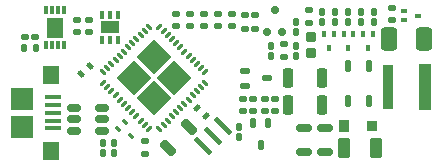
<source format=gtp>
G04*
G04 #@! TF.GenerationSoftware,Altium Limited,Altium Designer,21.8.1 (53)*
G04*
G04 Layer_Color=8421504*
%FSLAX25Y25*%
%MOIN*%
G70*
G04*
G04 #@! TF.SameCoordinates,52DF40B4-5B3D-4FDE-99BA-5B2270FEE62E*
G04*
G04*
G04 #@! TF.FilePolarity,Positive*
G04*
G01*
G75*
%ADD14R,0.03858X0.15315*%
%ADD15R,0.03583X0.14764*%
G04:AMPARAMS|DCode=16|XSize=9.84mil|YSize=29.53mil|CornerRadius=0mil|HoleSize=0mil|Usage=FLASHONLY|Rotation=135.000|XOffset=0mil|YOffset=0mil|HoleType=Round|Shape=Round|*
%AMOVALD16*
21,1,0.01968,0.00984,0.00000,0.00000,225.0*
1,1,0.00984,0.00696,0.00696*
1,1,0.00984,-0.00696,-0.00696*
%
%ADD16OVALD16*%

G04:AMPARAMS|DCode=17|XSize=9.84mil|YSize=29.53mil|CornerRadius=0mil|HoleSize=0mil|Usage=FLASHONLY|Rotation=225.000|XOffset=0mil|YOffset=0mil|HoleType=Round|Shape=Round|*
%AMOVALD17*
21,1,0.01968,0.00984,0.00000,0.00000,315.0*
1,1,0.00984,-0.00696,0.00696*
1,1,0.00984,0.00696,-0.00696*
%
%ADD17OVALD17*%

%ADD18P,0.11414X4X180.0*%
%ADD19P,0.11414X4X90.0*%
G04:AMPARAMS|DCode=20|XSize=13.78mil|YSize=21.65mil|CornerRadius=3.45mil|HoleSize=0mil|Usage=FLASHONLY|Rotation=0.000|XOffset=0mil|YOffset=0mil|HoleType=Round|Shape=RoundedRectangle|*
%AMROUNDEDRECTD20*
21,1,0.01378,0.01476,0,0,0.0*
21,1,0.00689,0.02165,0,0,0.0*
1,1,0.00689,0.00345,-0.00738*
1,1,0.00689,-0.00345,-0.00738*
1,1,0.00689,-0.00345,0.00738*
1,1,0.00689,0.00345,0.00738*
%
%ADD20ROUNDEDRECTD20*%
G04:AMPARAMS|DCode=21|XSize=13.78mil|YSize=21.65mil|CornerRadius=3.45mil|HoleSize=0mil|Usage=FLASHONLY|Rotation=90.000|XOffset=0mil|YOffset=0mil|HoleType=Round|Shape=RoundedRectangle|*
%AMROUNDEDRECTD21*
21,1,0.01378,0.01476,0,0,90.0*
21,1,0.00689,0.02165,0,0,90.0*
1,1,0.00689,0.00738,0.00345*
1,1,0.00689,0.00738,-0.00345*
1,1,0.00689,-0.00738,-0.00345*
1,1,0.00689,-0.00738,0.00345*
%
%ADD21ROUNDEDRECTD21*%
G04:AMPARAMS|DCode=22|XSize=13.78mil|YSize=21.65mil|CornerRadius=3.45mil|HoleSize=0mil|Usage=FLASHONLY|Rotation=45.000|XOffset=0mil|YOffset=0mil|HoleType=Round|Shape=RoundedRectangle|*
%AMROUNDEDRECTD22*
21,1,0.01378,0.01476,0,0,45.0*
21,1,0.00689,0.02165,0,0,45.0*
1,1,0.00689,0.00766,-0.00278*
1,1,0.00689,0.00278,-0.00766*
1,1,0.00689,-0.00766,0.00278*
1,1,0.00689,-0.00278,0.00766*
%
%ADD22ROUNDEDRECTD22*%
G04:AMPARAMS|DCode=23|XSize=19.68mil|YSize=35.43mil|CornerRadius=4.92mil|HoleSize=0mil|Usage=FLASHONLY|Rotation=0.000|XOffset=0mil|YOffset=0mil|HoleType=Round|Shape=RoundedRectangle|*
%AMROUNDEDRECTD23*
21,1,0.01968,0.02559,0,0,0.0*
21,1,0.00984,0.03543,0,0,0.0*
1,1,0.00984,0.00492,-0.01280*
1,1,0.00984,-0.00492,-0.01280*
1,1,0.00984,-0.00492,0.01280*
1,1,0.00984,0.00492,0.01280*
%
%ADD23ROUNDEDRECTD23*%
G04:AMPARAMS|DCode=24|XSize=19.68mil|YSize=35.43mil|CornerRadius=4.92mil|HoleSize=0mil|Usage=FLASHONLY|Rotation=90.000|XOffset=0mil|YOffset=0mil|HoleType=Round|Shape=RoundedRectangle|*
%AMROUNDEDRECTD24*
21,1,0.01968,0.02559,0,0,90.0*
21,1,0.00984,0.03543,0,0,90.0*
1,1,0.00984,0.01280,0.00492*
1,1,0.00984,0.01280,-0.00492*
1,1,0.00984,-0.01280,-0.00492*
1,1,0.00984,-0.01280,0.00492*
%
%ADD24ROUNDEDRECTD24*%
G04:AMPARAMS|DCode=25|XSize=23.62mil|YSize=27.56mil|CornerRadius=5.91mil|HoleSize=0mil|Usage=FLASHONLY|Rotation=180.000|XOffset=0mil|YOffset=0mil|HoleType=Round|Shape=RoundedRectangle|*
%AMROUNDEDRECTD25*
21,1,0.02362,0.01575,0,0,180.0*
21,1,0.01181,0.02756,0,0,180.0*
1,1,0.01181,-0.00591,0.00787*
1,1,0.01181,0.00591,0.00787*
1,1,0.01181,0.00591,-0.00787*
1,1,0.01181,-0.00591,-0.00787*
%
%ADD25ROUNDEDRECTD25*%
G04:AMPARAMS|DCode=26|XSize=23.62mil|YSize=47.24mil|CornerRadius=5.91mil|HoleSize=0mil|Usage=FLASHONLY|Rotation=90.000|XOffset=0mil|YOffset=0mil|HoleType=Round|Shape=RoundedRectangle|*
%AMROUNDEDRECTD26*
21,1,0.02362,0.03543,0,0,90.0*
21,1,0.01181,0.04724,0,0,90.0*
1,1,0.01181,0.01772,0.00591*
1,1,0.01181,0.01772,-0.00591*
1,1,0.01181,-0.01772,-0.00591*
1,1,0.01181,-0.01772,0.00591*
%
%ADD26ROUNDEDRECTD26*%
G04:AMPARAMS|DCode=27|XSize=25.2mil|YSize=17.72mil|CornerRadius=4.43mil|HoleSize=0mil|Usage=FLASHONLY|Rotation=0.000|XOffset=0mil|YOffset=0mil|HoleType=Round|Shape=RoundedRectangle|*
%AMROUNDEDRECTD27*
21,1,0.02520,0.00886,0,0,0.0*
21,1,0.01634,0.01772,0,0,0.0*
1,1,0.00886,0.00817,-0.00443*
1,1,0.00886,-0.00817,-0.00443*
1,1,0.00886,-0.00817,0.00443*
1,1,0.00886,0.00817,0.00443*
%
%ADD27ROUNDEDRECTD27*%
G04:AMPARAMS|DCode=28|XSize=21.65mil|YSize=23.62mil|CornerRadius=5.41mil|HoleSize=0mil|Usage=FLASHONLY|Rotation=0.000|XOffset=0mil|YOffset=0mil|HoleType=Round|Shape=RoundedRectangle|*
%AMROUNDEDRECTD28*
21,1,0.02165,0.01280,0,0,0.0*
21,1,0.01083,0.02362,0,0,0.0*
1,1,0.01083,0.00541,-0.00640*
1,1,0.01083,-0.00541,-0.00640*
1,1,0.01083,-0.00541,0.00640*
1,1,0.01083,0.00541,0.00640*
%
%ADD28ROUNDEDRECTD28*%
G04:AMPARAMS|DCode=29|XSize=21.65mil|YSize=23.62mil|CornerRadius=5.41mil|HoleSize=0mil|Usage=FLASHONLY|Rotation=90.000|XOffset=0mil|YOffset=0mil|HoleType=Round|Shape=RoundedRectangle|*
%AMROUNDEDRECTD29*
21,1,0.02165,0.01280,0,0,90.0*
21,1,0.01083,0.02362,0,0,90.0*
1,1,0.01083,0.00640,0.00541*
1,1,0.01083,0.00640,-0.00541*
1,1,0.01083,-0.00640,-0.00541*
1,1,0.01083,-0.00640,0.00541*
%
%ADD29ROUNDEDRECTD29*%
G04:AMPARAMS|DCode=30|XSize=51.18mil|YSize=27.56mil|CornerRadius=6.89mil|HoleSize=0mil|Usage=FLASHONLY|Rotation=0.000|XOffset=0mil|YOffset=0mil|HoleType=Round|Shape=RoundedRectangle|*
%AMROUNDEDRECTD30*
21,1,0.05118,0.01378,0,0,0.0*
21,1,0.03740,0.02756,0,0,0.0*
1,1,0.01378,0.01870,-0.00689*
1,1,0.01378,-0.01870,-0.00689*
1,1,0.01378,-0.01870,0.00689*
1,1,0.01378,0.01870,0.00689*
%
%ADD30ROUNDEDRECTD30*%
G04:AMPARAMS|DCode=31|XSize=11.81mil|YSize=27.56mil|CornerRadius=2.95mil|HoleSize=0mil|Usage=FLASHONLY|Rotation=180.000|XOffset=0mil|YOffset=0mil|HoleType=Round|Shape=RoundedRectangle|*
%AMROUNDEDRECTD31*
21,1,0.01181,0.02165,0,0,180.0*
21,1,0.00591,0.02756,0,0,180.0*
1,1,0.00591,-0.00295,0.01083*
1,1,0.00591,0.00295,0.01083*
1,1,0.00591,0.00295,-0.01083*
1,1,0.00591,-0.00295,-0.01083*
%
%ADD31ROUNDEDRECTD31*%
%ADD32R,0.06299X0.03937*%
G04:AMPARAMS|DCode=33|XSize=29.53mil|YSize=57.09mil|CornerRadius=7.38mil|HoleSize=0mil|Usage=FLASHONLY|Rotation=225.000|XOffset=0mil|YOffset=0mil|HoleType=Round|Shape=RoundedRectangle|*
%AMROUNDEDRECTD33*
21,1,0.02953,0.04232,0,0,225.0*
21,1,0.01476,0.05709,0,0,225.0*
1,1,0.01476,-0.02018,0.00974*
1,1,0.01476,-0.00974,0.02018*
1,1,0.01476,0.02018,-0.00974*
1,1,0.01476,0.00974,-0.02018*
%
%ADD33ROUNDEDRECTD33*%
G04:AMPARAMS|DCode=34|XSize=11.81mil|YSize=29.53mil|CornerRadius=2.95mil|HoleSize=0mil|Usage=FLASHONLY|Rotation=0.000|XOffset=0mil|YOffset=0mil|HoleType=Round|Shape=RoundedRectangle|*
%AMROUNDEDRECTD34*
21,1,0.01181,0.02362,0,0,0.0*
21,1,0.00591,0.02953,0,0,0.0*
1,1,0.00591,0.00295,-0.01181*
1,1,0.00591,-0.00295,-0.01181*
1,1,0.00591,-0.00295,0.01181*
1,1,0.00591,0.00295,0.01181*
%
%ADD34ROUNDEDRECTD34*%
%ADD35R,0.05709X0.06890*%
G04:AMPARAMS|DCode=36|XSize=35.43mil|YSize=31.5mil|CornerRadius=7.87mil|HoleSize=0mil|Usage=FLASHONLY|Rotation=0.000|XOffset=0mil|YOffset=0mil|HoleType=Round|Shape=RoundedRectangle|*
%AMROUNDEDRECTD36*
21,1,0.03543,0.01575,0,0,0.0*
21,1,0.01968,0.03150,0,0,0.0*
1,1,0.01575,0.00984,-0.00787*
1,1,0.01575,-0.00984,-0.00787*
1,1,0.01575,-0.00984,0.00787*
1,1,0.01575,0.00984,0.00787*
%
%ADD36ROUNDEDRECTD36*%
G04:AMPARAMS|DCode=37|XSize=25.2mil|YSize=17.72mil|CornerRadius=4.43mil|HoleSize=0mil|Usage=FLASHONLY|Rotation=90.000|XOffset=0mil|YOffset=0mil|HoleType=Round|Shape=RoundedRectangle|*
%AMROUNDEDRECTD37*
21,1,0.02520,0.00886,0,0,90.0*
21,1,0.01634,0.01772,0,0,90.0*
1,1,0.00886,0.00443,0.00817*
1,1,0.00886,0.00443,-0.00817*
1,1,0.00886,-0.00443,-0.00817*
1,1,0.00886,-0.00443,0.00817*
%
%ADD37ROUNDEDRECTD37*%
G04:AMPARAMS|DCode=38|XSize=66.93mil|YSize=43.31mil|CornerRadius=10.83mil|HoleSize=0mil|Usage=FLASHONLY|Rotation=270.000|XOffset=0mil|YOffset=0mil|HoleType=Round|Shape=RoundedRectangle|*
%AMROUNDEDRECTD38*
21,1,0.06693,0.02165,0,0,270.0*
21,1,0.04528,0.04331,0,0,270.0*
1,1,0.02165,-0.01083,-0.02264*
1,1,0.02165,-0.01083,0.02264*
1,1,0.02165,0.01083,0.02264*
1,1,0.02165,0.01083,-0.02264*
%
%ADD38ROUNDEDRECTD38*%
G04:AMPARAMS|DCode=39|XSize=78.74mil|YSize=55.12mil|CornerRadius=13.78mil|HoleSize=0mil|Usage=FLASHONLY|Rotation=90.000|XOffset=0mil|YOffset=0mil|HoleType=Round|Shape=RoundedRectangle|*
%AMROUNDEDRECTD39*
21,1,0.07874,0.02756,0,0,90.0*
21,1,0.05118,0.05512,0,0,90.0*
1,1,0.02756,0.01378,0.02559*
1,1,0.02756,0.01378,-0.02559*
1,1,0.02756,-0.01378,-0.02559*
1,1,0.02756,-0.01378,0.02559*
%
%ADD39ROUNDEDRECTD39*%
G04:AMPARAMS|DCode=40|XSize=25.2mil|YSize=17.72mil|CornerRadius=4.43mil|HoleSize=0mil|Usage=FLASHONLY|Rotation=225.000|XOffset=0mil|YOffset=0mil|HoleType=Round|Shape=RoundedRectangle|*
%AMROUNDEDRECTD40*
21,1,0.02520,0.00886,0,0,225.0*
21,1,0.01634,0.01772,0,0,225.0*
1,1,0.00886,-0.00891,-0.00265*
1,1,0.00886,0.00265,0.00891*
1,1,0.00886,0.00891,0.00265*
1,1,0.00886,-0.00265,-0.00891*
%
%ADD40ROUNDEDRECTD40*%
G04:AMPARAMS|DCode=41|XSize=15.75mil|YSize=74.8mil|CornerRadius=3.94mil|HoleSize=0mil|Usage=FLASHONLY|Rotation=225.000|XOffset=0mil|YOffset=0mil|HoleType=Round|Shape=RoundedRectangle|*
%AMROUNDEDRECTD41*
21,1,0.01575,0.06693,0,0,225.0*
21,1,0.00787,0.07480,0,0,225.0*
1,1,0.00787,-0.02645,0.02088*
1,1,0.00787,-0.02088,0.02645*
1,1,0.00787,0.02645,-0.02088*
1,1,0.00787,0.02088,-0.02645*
%
%ADD41ROUNDEDRECTD41*%
G04:AMPARAMS|DCode=42|XSize=39.37mil|YSize=21.65mil|CornerRadius=5.41mil|HoleSize=0mil|Usage=FLASHONLY|Rotation=270.000|XOffset=0mil|YOffset=0mil|HoleType=Round|Shape=RoundedRectangle|*
%AMROUNDEDRECTD42*
21,1,0.03937,0.01083,0,0,270.0*
21,1,0.02854,0.02165,0,0,270.0*
1,1,0.01083,-0.00541,-0.01427*
1,1,0.01083,-0.00541,0.01427*
1,1,0.01083,0.00541,0.01427*
1,1,0.01083,0.00541,-0.01427*
%
%ADD42ROUNDEDRECTD42*%
G04:AMPARAMS|DCode=43|XSize=35.43mil|YSize=35.43mil|CornerRadius=8.86mil|HoleSize=0mil|Usage=FLASHONLY|Rotation=0.000|XOffset=0mil|YOffset=0mil|HoleType=Round|Shape=RoundedRectangle|*
%AMROUNDEDRECTD43*
21,1,0.03543,0.01772,0,0,0.0*
21,1,0.01772,0.03543,0,0,0.0*
1,1,0.01772,0.00886,-0.00886*
1,1,0.01772,-0.00886,-0.00886*
1,1,0.01772,-0.00886,0.00886*
1,1,0.01772,0.00886,0.00886*
%
%ADD43ROUNDEDRECTD43*%
G04:AMPARAMS|DCode=44|XSize=35.43mil|YSize=43.31mil|CornerRadius=8.86mil|HoleSize=0mil|Usage=FLASHONLY|Rotation=0.000|XOffset=0mil|YOffset=0mil|HoleType=Round|Shape=RoundedRectangle|*
%AMROUNDEDRECTD44*
21,1,0.03543,0.02559,0,0,0.0*
21,1,0.01772,0.04331,0,0,0.0*
1,1,0.01772,0.00886,-0.01280*
1,1,0.01772,-0.00886,-0.01280*
1,1,0.01772,-0.00886,0.01280*
1,1,0.01772,0.00886,0.01280*
%
%ADD44ROUNDEDRECTD44*%
G04:AMPARAMS|DCode=45|XSize=25.2mil|YSize=17.72mil|CornerRadius=4.43mil|HoleSize=0mil|Usage=FLASHONLY|Rotation=135.000|XOffset=0mil|YOffset=0mil|HoleType=Round|Shape=RoundedRectangle|*
%AMROUNDEDRECTD45*
21,1,0.02520,0.00886,0,0,135.0*
21,1,0.01634,0.01772,0,0,135.0*
1,1,0.00886,-0.00265,0.00891*
1,1,0.00886,0.00891,-0.00265*
1,1,0.00886,0.00265,-0.00891*
1,1,0.00886,-0.00891,0.00265*
%
%ADD45ROUNDEDRECTD45*%
%ADD46R,0.07480X0.07480*%
%ADD47R,0.05512X0.06299*%
G04:AMPARAMS|DCode=48|XSize=55.12mil|YSize=15.75mil|CornerRadius=3.94mil|HoleSize=0mil|Usage=FLASHONLY|Rotation=0.000|XOffset=0mil|YOffset=0mil|HoleType=Round|Shape=RoundedRectangle|*
%AMROUNDEDRECTD48*
21,1,0.05512,0.00787,0,0,0.0*
21,1,0.04724,0.01575,0,0,0.0*
1,1,0.00787,0.02362,-0.00394*
1,1,0.00787,-0.02362,-0.00394*
1,1,0.00787,-0.02362,0.00394*
1,1,0.00787,0.02362,0.00394*
%
%ADD48ROUNDEDRECTD48*%
G04:AMPARAMS|DCode=49|XSize=64.96mil|YSize=35.43mil|CornerRadius=8.86mil|HoleSize=0mil|Usage=FLASHONLY|Rotation=90.000|XOffset=0mil|YOffset=0mil|HoleType=Round|Shape=RoundedRectangle|*
%AMROUNDEDRECTD49*
21,1,0.06496,0.01772,0,0,90.0*
21,1,0.04724,0.03543,0,0,90.0*
1,1,0.01772,0.00886,0.02362*
1,1,0.01772,0.00886,-0.02362*
1,1,0.01772,-0.00886,-0.02362*
1,1,0.01772,-0.00886,0.02362*
%
%ADD49ROUNDEDRECTD49*%
D14*
X139882Y-29213D02*
D03*
D15*
X127342Y-29134D02*
D03*
D16*
X47768Y-43036D02*
D03*
X46376Y-41644D02*
D03*
X44984Y-40252D02*
D03*
X43592Y-38860D02*
D03*
X42200Y-37468D02*
D03*
X40808Y-36076D02*
D03*
X39416Y-34684D02*
D03*
X38024Y-33292D02*
D03*
X36632Y-31900D02*
D03*
X35241Y-30508D02*
D03*
X33849Y-29116D02*
D03*
X32457Y-27724D02*
D03*
X51248Y-8933D02*
D03*
X52640Y-10325D02*
D03*
X54032Y-11717D02*
D03*
X55424Y-13109D02*
D03*
X56816Y-14501D02*
D03*
X58207Y-15893D02*
D03*
X59600Y-17285D02*
D03*
X60991Y-18677D02*
D03*
X62383Y-20068D02*
D03*
X63775Y-21460D02*
D03*
X65167Y-22852D02*
D03*
X66559Y-24244D02*
D03*
D17*
X32457D02*
D03*
X33849Y-22852D02*
D03*
X35241Y-21460D02*
D03*
X36632Y-20068D02*
D03*
X38024Y-18677D02*
D03*
X39416Y-17285D02*
D03*
X40808Y-15893D02*
D03*
X42200Y-14501D02*
D03*
X43592Y-13109D02*
D03*
X44984Y-11717D02*
D03*
X46376Y-10325D02*
D03*
X47768Y-8933D02*
D03*
X66559Y-27724D02*
D03*
X65167Y-29116D02*
D03*
X63775Y-30508D02*
D03*
X62383Y-31900D02*
D03*
X60991Y-33292D02*
D03*
X59600Y-34684D02*
D03*
X58207Y-36076D02*
D03*
X56816Y-37468D02*
D03*
X55424Y-38860D02*
D03*
X54032Y-40252D02*
D03*
X52640Y-41644D02*
D03*
X51248Y-43036D02*
D03*
D18*
X56273Y-25956D02*
D03*
X42771Y-25984D02*
D03*
D19*
X49508Y-32721D02*
D03*
X49536Y-19219D02*
D03*
D20*
X109350Y-11417D02*
D03*
X106201D02*
D03*
X107775Y-16142D02*
D03*
X122344Y-11436D02*
D03*
X119194D02*
D03*
X120769Y-16160D02*
D03*
X114272D02*
D03*
X112697Y-11436D02*
D03*
X115847D02*
D03*
D21*
X137468Y-5311D02*
D03*
X132743Y-6886D02*
D03*
Y-3736D02*
D03*
D22*
X39699Y-40917D02*
D03*
X37472Y-43144D02*
D03*
X41926Y-45371D02*
D03*
D23*
X85039Y-48327D02*
D03*
X82480Y-41240D02*
D03*
X87598D02*
D03*
D24*
X87008Y-26181D02*
D03*
X79921Y-28740D02*
D03*
Y-23622D02*
D03*
D25*
X87106Y-10827D02*
D03*
X92224D02*
D03*
X89665Y-3543D02*
D03*
D26*
X22933Y-36122D02*
D03*
Y-39862D02*
D03*
Y-43602D02*
D03*
X31988D02*
D03*
Y-39862D02*
D03*
Y-36122D02*
D03*
D27*
X66079Y-4646D02*
D03*
Y-8740D02*
D03*
X70786Y-4646D02*
D03*
Y-8740D02*
D03*
X92864Y-14882D02*
D03*
Y-18976D02*
D03*
X46555Y-47165D02*
D03*
Y-51260D02*
D03*
X75492Y-8740D02*
D03*
Y-4646D02*
D03*
X128908Y-2633D02*
D03*
Y-6728D02*
D03*
X101288Y-3563D02*
D03*
Y-7658D02*
D03*
X56666Y-4646D02*
D03*
Y-8740D02*
D03*
X23819Y-6614D02*
D03*
Y-10709D02*
D03*
X27953D02*
D03*
Y-6614D02*
D03*
X61373Y-4646D02*
D03*
Y-8740D02*
D03*
D28*
X77953Y-42520D02*
D03*
X77953Y-45866D02*
D03*
X96752Y-7382D02*
D03*
Y-10728D02*
D03*
X96752Y-15256D02*
D03*
Y-18602D02*
D03*
X122785Y-7284D02*
D03*
Y-3938D02*
D03*
X118447Y-7284D02*
D03*
Y-3938D02*
D03*
X114108Y-7284D02*
D03*
Y-3937D02*
D03*
X109769Y-7284D02*
D03*
Y-3937D02*
D03*
X105430Y-7284D02*
D03*
X105430Y-3937D02*
D03*
X32382Y-47736D02*
D03*
Y-51083D02*
D03*
X88583Y-18602D02*
D03*
Y-15256D02*
D03*
X36122Y-47736D02*
D03*
Y-51083D02*
D03*
D29*
X83071Y-9744D02*
D03*
X79724D02*
D03*
X79724Y-4921D02*
D03*
X83071D02*
D03*
X79232Y-37008D02*
D03*
X82579D02*
D03*
X89764Y-37008D02*
D03*
X86417D02*
D03*
X89764Y-33169D02*
D03*
X86417D02*
D03*
X79232Y-33169D02*
D03*
X82579D02*
D03*
X6398Y-12303D02*
D03*
X9744D02*
D03*
D30*
X106398Y-50689D02*
D03*
Y-42618D02*
D03*
X99311Y-42618D02*
D03*
Y-50689D02*
D03*
D31*
X32185Y-13378D02*
D03*
X34744D02*
D03*
X37303D02*
D03*
X32185Y-5110D02*
D03*
X34744D02*
D03*
X37303D02*
D03*
D32*
X34744Y-9244D02*
D03*
D33*
X61061Y-42500D02*
D03*
X54184Y-49376D02*
D03*
D34*
X13484Y-3543D02*
D03*
X15453D02*
D03*
X17421D02*
D03*
X19390D02*
D03*
Y-14961D02*
D03*
X17421D02*
D03*
X15453D02*
D03*
X13484D02*
D03*
D35*
X16437Y-9252D02*
D03*
D36*
X101870Y-17815D02*
D03*
Y-12303D02*
D03*
D37*
X10118Y-16142D02*
D03*
X6024D02*
D03*
D38*
X112697Y-49410D02*
D03*
X123327D02*
D03*
D39*
X127953Y-13091D02*
D03*
X139370D02*
D03*
D40*
X63907Y-36012D02*
D03*
X66802Y-38908D02*
D03*
D41*
X72326Y-42044D02*
D03*
X68985Y-45385D02*
D03*
X65645Y-48726D02*
D03*
D42*
X121063Y-33760D02*
D03*
X114173D02*
D03*
Y-21949D02*
D03*
X121063D02*
D03*
D43*
X122146Y-41929D02*
D03*
D44*
X112697D02*
D03*
D45*
X28022Y-21978D02*
D03*
X25127Y-24873D02*
D03*
D46*
X5413Y-42421D02*
D03*
Y-32972D02*
D03*
D47*
X15059Y-50295D02*
D03*
Y-25098D02*
D03*
D48*
X15846Y-37697D02*
D03*
Y-40256D02*
D03*
Y-35138D02*
D03*
Y-32579D02*
D03*
Y-42815D02*
D03*
D49*
X94193Y-35039D02*
D03*
X105610D02*
D03*
Y-26083D02*
D03*
X94193D02*
D03*
M02*

</source>
